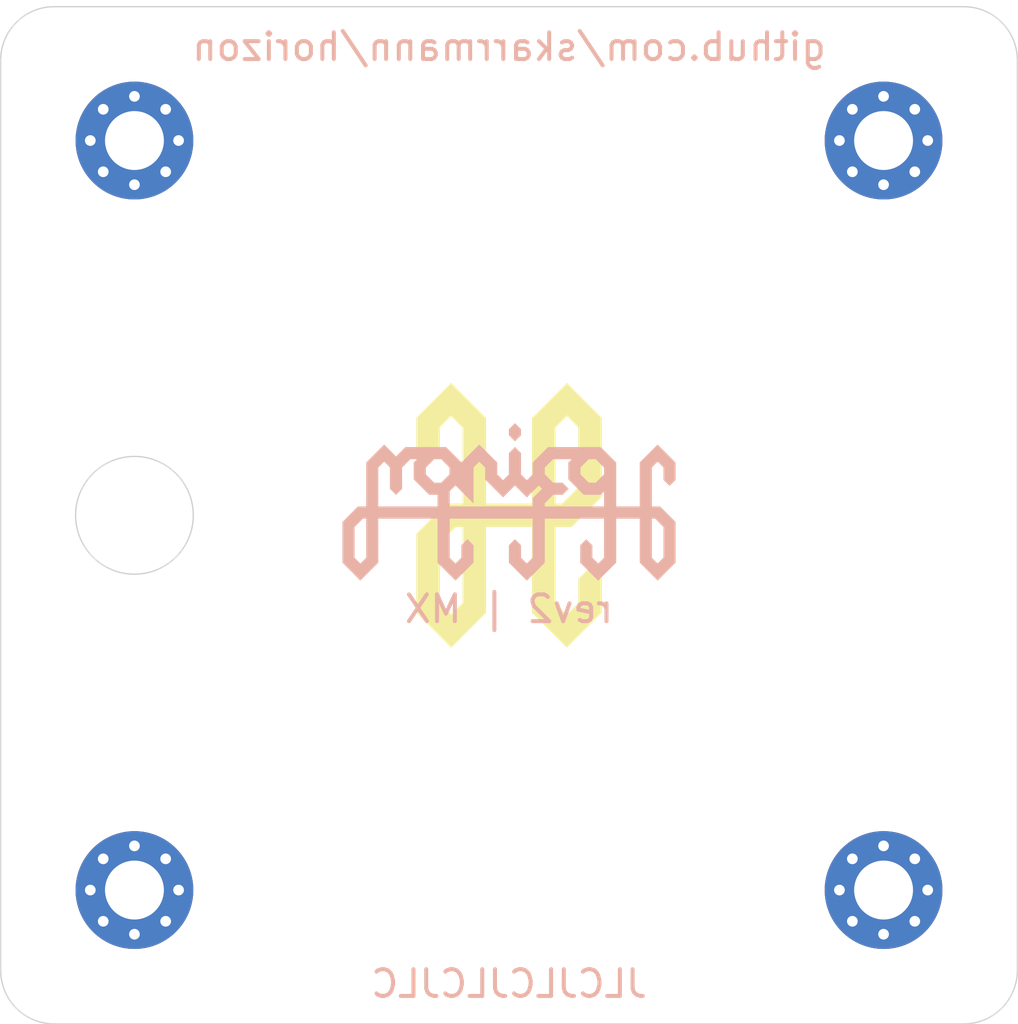
<source format=kicad_pcb>
(kicad_pcb (version 20171130) (host pcbnew "(5.1.4)-1")

  (general
    (thickness 1.6)
    (drawings 11)
    (tracks 0)
    (zones 0)
    (modules 8)
    (nets 5)
  )

  (page A3)
  (layers
    (0 F.Cu signal)
    (31 B.Cu signal)
    (32 B.Adhes user)
    (33 F.Adhes user)
    (34 B.Paste user)
    (35 F.Paste user)
    (36 B.SilkS user)
    (37 F.SilkS user)
    (38 B.Mask user)
    (39 F.Mask user)
    (40 Dwgs.User user)
    (41 Cmts.User user)
    (42 Eco1.User user)
    (43 Eco2.User user)
    (44 Edge.Cuts user)
    (45 Margin user)
    (46 B.CrtYd user)
    (47 F.CrtYd user)
    (48 B.Fab user)
    (49 F.Fab user)
  )

  (setup
    (last_trace_width 0.3)
    (trace_clearance 0.2)
    (zone_clearance 0.508)
    (zone_45_only no)
    (trace_min 0.2)
    (via_size 0.8)
    (via_drill 0.4)
    (via_min_size 0.4)
    (via_min_drill 0.3)
    (uvia_size 0.3)
    (uvia_drill 0.1)
    (uvias_allowed no)
    (uvia_min_size 0.2)
    (uvia_min_drill 0.1)
    (edge_width 0.05)
    (segment_width 0.2)
    (pcb_text_width 0.3)
    (pcb_text_size 1.5 1.5)
    (mod_edge_width 0.12)
    (mod_text_size 1 1)
    (mod_text_width 0.15)
    (pad_size 1.75 1.75)
    (pad_drill 1.7018)
    (pad_to_mask_clearance 0.051)
    (solder_mask_min_width 0.25)
    (aux_axis_origin 76 95)
    (grid_origin 76 95)
    (visible_elements 7FFDFFFF)
    (pcbplotparams
      (layerselection 0x010f0_ffffffff)
      (usegerberextensions true)
      (usegerberattributes false)
      (usegerberadvancedattributes false)
      (creategerberjobfile false)
      (excludeedgelayer true)
      (linewidth 0.100000)
      (plotframeref false)
      (viasonmask false)
      (mode 1)
      (useauxorigin false)
      (hpglpennumber 1)
      (hpglpenspeed 20)
      (hpglpendiameter 15.000000)
      (psnegative false)
      (psa4output false)
      (plotreference true)
      (plotvalue true)
      (plotinvisibletext false)
      (padsonsilk false)
      (subtractmaskfromsilk true)
      (outputformat 1)
      (mirror false)
      (drillshape 0)
      (scaleselection 1)
      (outputdirectory "../gerbers/"))
  )

  (net 0 "")
  (net 1 "Net-(H5-Pad1)")
  (net 2 "Net-(H6-Pad1)")
  (net 3 "Net-(H7-Pad1)")
  (net 4 "Net-(H8-Pad1)")

  (net_class Default "This is the default net class."
    (clearance 0.2)
    (trace_width 0.3)
    (via_dia 0.8)
    (via_drill 0.4)
    (uvia_dia 0.3)
    (uvia_drill 0.1)
    (diff_pair_width 0.2)
    (diff_pair_gap 0.3)
    (add_net COL10)
    (add_net COL11)
    (add_net COL12)
    (add_net COL13)
    (add_net COL14)
    (add_net COL8)
    (add_net COL9)
    (add_net "Net-(H5-Pad1)")
    (add_net "Net-(H6-Pad1)")
    (add_net "Net-(H7-Pad1)")
    (add_net "Net-(H8-Pad1)")
  )

  (net_class Power ""
    (clearance 0.2)
    (trace_width 0.5)
    (via_dia 0.8)
    (via_drill 0.4)
    (uvia_dia 0.3)
    (uvia_drill 0.1)
    (diff_pair_width 0.2)
    (diff_pair_gap 0.3)
  )

  (module horizon-footprints:Logo_Horizon_H (layer F.Cu) (tedit 614E7934) (tstamp 614EFA96)
    (at 209 114)
    (path /614B138E)
    (fp_text reference "" (at 0 2) (layer F.SilkS) hide
      (effects (font (size 1.524 1.524) (thickness 0.3)))
    )
    (fp_text value Logo-Top (at 0 -2) (layer F.SilkS) hide
      (effects (font (size 1.524 1.524) (thickness 0.3)))
    )
    (fp_poly (pts (xy 2.811161 -4.287795) (xy 3.459892 -3.639066) (xy 3.459892 -0.685799) (xy 2.900748 -0.126656)
      (xy 2.341604 0.432486) (xy 1.731319 0.432486) (xy 1.731319 3.280722) (xy 1.94722 3.49662)
      (xy 2.163122 3.712519) (xy 2.37902 3.496617) (xy 2.594919 3.280715) (xy 2.594919 2.378679)
      (xy 2.810817 2.162777) (xy 2.83116 2.14244) (xy 2.850995 2.122623) (xy 2.870235 2.103411)
      (xy 2.888793 2.084893) (xy 2.906579 2.067156) (xy 2.923508 2.050287) (xy 2.93949 2.034374)
      (xy 2.954438 2.019503) (xy 2.968264 2.005761) (xy 2.980881 1.993237) (xy 2.9922 1.982017)
      (xy 3.002134 1.972189) (xy 3.010594 1.96384) (xy 3.017494 1.957056) (xy 3.022745 1.951926)
      (xy 3.02626 1.948537) (xy 3.02795 1.946975) (xy 3.028092 1.946875) (xy 3.029178 1.947832)
      (xy 3.032118 1.950645) (xy 3.036821 1.955226) (xy 3.043201 1.961488) (xy 3.051169 1.969343)
      (xy 3.060638 1.978705) (xy 3.07152 1.989485) (xy 3.083726 2.001596) (xy 3.097169 2.014952)
      (xy 3.111761 2.029464) (xy 3.127413 2.045045) (xy 3.144038 2.061608) (xy 3.161548 2.079065)
      (xy 3.179855 2.097329) (xy 3.198872 2.116313) (xy 3.218509 2.135929) (xy 3.238679 2.15609)
      (xy 3.24468 2.162091) (xy 3.459892 2.377306) (xy 3.459892 3.639066) (xy 2.16243 4.936524)
      (xy 1.513702 4.287791) (xy 0.864973 3.639058) (xy 0.864973 0.432486) (xy -0.8636 0.432486)
      (xy -0.8636 3.639058) (xy -1.511985 4.287448) (xy -1.547393 4.322855) (xy -1.582321 4.357781)
      (xy -1.616719 4.392174) (xy -1.650537 4.425985) (xy -1.683724 4.459163) (xy -1.716229 4.491659)
      (xy -1.748003 4.52342) (xy -1.778995 4.554399) (xy -1.809155 4.584543) (xy -1.838431 4.613803)
      (xy -1.866775 4.642128) (xy -1.894136 4.669469) (xy -1.920462 4.695774) (xy -1.945705 4.720994)
      (xy -1.969813 4.745078) (xy -1.992736 4.767976) (xy -2.014425 4.789637) (xy -2.034827 4.810012)
      (xy -2.053894 4.82905) (xy -2.071574 4.8467) (xy -2.087818 4.862913) (xy -2.102575 4.877638)
      (xy -2.115795 4.890825) (xy -2.127427 4.902423) (xy -2.13742 4.912383) (xy -2.145726 4.920653)
      (xy -2.152293 4.927184) (xy -2.15707 4.931925) (xy -2.160008 4.934826) (xy -2.161057 4.935837)
      (xy -2.161058 4.935838) (xy -2.162058 4.934875) (xy -2.16495 4.932021) (xy -2.169682 4.927325)
      (xy -2.176204 4.920839) (xy -2.184467 4.912612) (xy -2.194419 4.902694) (xy -2.20601 4.891136)
      (xy -2.21919 4.877989) (xy -2.233909 4.863302) (xy -2.250116 4.847126) (xy -2.267761 4.829511)
      (xy -2.286794 4.810508) (xy -2.307164 4.790166) (xy -2.32882 4.768536) (xy -2.351713 4.745669)
      (xy -2.375792 4.721614) (xy -2.401007 4.696422) (xy -2.427307 4.670144) (xy -2.454642 4.642829)
      (xy -2.482962 4.614527) (xy -2.512216 4.585291) (xy -2.542354 4.555168) (xy -2.573326 4.52421)
      (xy -2.605081 4.492468) (xy -2.637569 4.45999) (xy -2.670739 4.426829) (xy -2.704541 4.393033)
      (xy -2.738926 4.358654) (xy -2.773842 4.323741) (xy -2.810133 4.28745) (xy -3.458519 3.639063)
      (xy -3.458519 1.044143) (xy -2.593546 1.044143) (xy -2.593546 3.280715) (xy -2.377648 3.496617)
      (xy -2.161749 3.712519) (xy -1.945848 3.49662) (xy -1.729946 3.280722) (xy -1.729946 0.432486)
      (xy -1.981884 0.432486) (xy -2.287715 0.738315) (xy -2.593546 1.044143) (xy -3.458519 1.044143)
      (xy -3.458519 0.685798) (xy -2.899375 0.126656) (xy -2.340231 -0.432487) (xy -1.729946 -0.432487)
      (xy -1.729946 -3.280722) (xy -1.945848 -3.496621) (xy -2.161749 -3.712519) (xy -2.377648 -3.496618)
      (xy -2.593546 -3.280716) (xy -2.593546 -2.378679) (xy -2.809445 -2.162778) (xy -2.829787 -2.142441)
      (xy -2.849622 -2.122623) (xy -2.868863 -2.103412) (xy -2.88742 -2.084894) (xy -2.905207 -2.067157)
      (xy -2.922135 -2.050288) (xy -2.938117 -2.034374) (xy -2.953065 -2.019503) (xy -2.966892 -2.005762)
      (xy -2.979508 -1.993238) (xy -2.990827 -1.982018) (xy -3.000761 -1.97219) (xy -3.009222 -1.96384)
      (xy -3.016122 -1.957057) (xy -3.021373 -1.951927) (xy -3.024887 -1.948537) (xy -3.026578 -1.946975)
      (xy -3.026719 -1.946876) (xy -3.027806 -1.947833) (xy -3.030745 -1.950646) (xy -3.035449 -1.955227)
      (xy -3.041829 -1.961488) (xy -3.049797 -1.969344) (xy -3.059266 -1.978705) (xy -3.070147 -1.989485)
      (xy -3.082354 -2.001597) (xy -3.095797 -2.014952) (xy -3.110388 -2.029464) (xy -3.126041 -2.045045)
      (xy -3.142666 -2.061608) (xy -3.160176 -2.079066) (xy -3.178483 -2.09733) (xy -3.197499 -2.116314)
      (xy -3.217136 -2.13593) (xy -3.237306 -2.156091) (xy -3.243307 -2.162091) (xy -3.458519 -2.377306)
      (xy -3.458519 -3.639066) (xy -2.809789 -4.287795) (xy -2.161058 -4.936525) (xy -0.8636 -3.639059)
      (xy -0.8636 -0.432487) (xy 0.864973 -0.432487) (xy 0.864973 -3.280716) (xy 1.731319 -3.280716)
      (xy 1.731319 -0.432487) (xy 1.983257 -0.432487) (xy 2.289088 -0.738315) (xy 2.594919 -1.044144)
      (xy 2.594919 -3.280722) (xy 2.379017 -3.496621) (xy 2.163115 -3.712519) (xy 1.947217 -3.496618)
      (xy 1.731319 -3.280716) (xy 0.864973 -3.280716) (xy 0.864973 -3.639059) (xy 1.513702 -4.287792)
      (xy 2.16243 -4.936525) (xy 2.811161 -4.287795)) (layer F.SilkS) (width 0.01))
  )

  (module horizon-footprints:SW_Push_6mm (layer F.Cu) (tedit 61468A4F) (tstamp 613D3F8D)
    (at 195 114 270)
    (descr "6mmx6mm push button")
    (tags "button, tactile, 6mm")
    (path /60FA8D3C)
    (fp_text reference "" (at 0 0 90) (layer F.SilkS)
      (effects (font (size 0.75 0.75) (thickness 0.15)))
    )
    (fp_text value RESET (at 0 3.75 90) (layer F.Fab)
      (effects (font (size 0.75 0.75) (thickness 0.15)))
    )
    (fp_circle (center 0 0) (end 2.2 0) (layer Edge.Cuts) (width 0.05))
    (model ${KISYS3DMOD}/Button_Switch_THT.3dshapes/SW_PUSH_6mm.wrl
      (offset (xyz -3 2.25 0))
      (scale (xyz 1 1 1))
      (rotate (xyz 0 0 0))
    )
  )

  (module horizon-footprints:Logo_Horizon_Small (layer B.Cu) (tedit 614E4644) (tstamp 613E8CC1)
    (at 209 113.5 180)
    (path /611138F2)
    (fp_text reference "" (at 0 -2) (layer B.SilkS) hide
      (effects (font (size 1.524 1.524) (thickness 0.3)) (justify mirror))
    )
    (fp_text value Logo-Bottom (at -0.1 1) (layer B.SilkS) hide
      (effects (font (size 1.524 1.524) (thickness 0.3)) (justify mirror))
    )
    (fp_poly (pts (xy -5.222169 1.804105) (xy -4.888794 1.470731) (xy -4.888794 -0.176389) (xy -4.0005 -0.176389)
      (xy -4.0005 0.397578) (xy -3.555294 0.397578) (xy -3.555294 -0.176389) (xy -1.3335 -0.176389)
      (xy -1.3335 -0.046215) (xy -1.490309 0.110595) (xy -1.647118 0.267406) (xy -1.823503 0.267405)
      (xy -1.999887 0.267405) (xy -2.111195 0.378705) (xy -2.222502 0.490004) (xy -2.222501 0.490006)
      (xy -1.241071 0.490006) (xy -1.065036 0.313972) (xy -0.889 0.137937) (xy -0.889 -0.176389)
      (xy 2.221794 -0.176389) (xy 2.221794 0.267405) (xy 2.667 0.267405) (xy 2.667 -0.176389)
      (xy 4.888794 -0.176389) (xy 4.888794 1.287288) (xy 4.806421 1.369485) (xy 4.796882 1.379003)
      (xy 4.787286 1.388576) (xy 4.77771 1.398128) (xy 4.768236 1.407577) (xy 4.758941 1.416846)
      (xy 4.749904 1.425856) (xy 4.741207 1.434527) (xy 4.732926 1.44278) (xy 4.725143 1.450537)
      (xy 4.717935 1.457718) (xy 4.711383 1.464244) (xy 4.705565 1.470037) (xy 4.700561 1.475017)
      (xy 4.69645 1.479106) (xy 4.695295 1.480255) (xy 4.666542 1.508826) (xy 4.444294 1.286582)
      (xy 4.444294 0.490007) (xy 4.333169 0.378883) (xy 4.222044 0.26776) (xy 4.110919 0.378883)
      (xy 3.999794 0.490007) (xy 3.999794 1.287285) (xy 3.686176 1.600905) (xy 3.556002 1.600906)
      (xy 3.425828 1.600906) (xy 3.556 1.470728) (xy 3.556 0.842787) (xy 2.98062 0.267405)
      (xy 2.667 0.267405) (xy 2.221794 0.267405) (xy 2.221794 0.398284) (xy 1.999898 0.620184)
      (xy 1.666699 0.286985) (xy 1.3335 -0.046213) (xy 1.3335 1.286582) (xy 1.332795 1.287287)
      (xy 2.2225 1.287287) (xy 2.2225 1.026232) (xy 2.379309 0.869421) (xy 2.536118 0.712611)
      (xy 2.797174 0.712611) (xy 3.110794 1.026229) (xy 3.110794 1.287285) (xy 2.953985 1.444095)
      (xy 2.797176 1.600906) (xy 2.666648 1.600905) (xy 2.536121 1.600905) (xy 2.37931 1.444096)
      (xy 2.2225 1.287287) (xy 1.332795 1.287287) (xy 1.222375 1.397706) (xy 1.11125 1.508829)
      (xy 1.000125 1.397705) (xy 0.889 1.286582) (xy 0.889 0.842785) (xy 0.555654 0.50944)
      (xy 0.537455 0.491242) (xy 0.519503 0.473293) (xy 0.501823 0.455618) (xy 0.484441 0.438243)
      (xy 0.467383 0.421194) (xy 0.450676 0.404497) (xy 0.434344 0.388177) (xy 0.418414 0.372261)
      (xy 0.402912 0.356774) (xy 0.387863 0.341742) (xy 0.373294 0.327191) (xy 0.35923 0.313146)
      (xy 0.345696 0.299635) (xy 0.33272 0.286681) (xy 0.320327 0.274311) (xy 0.308542 0.262552)
      (xy 0.297392 0.251428) (xy 0.286903 0.240966) (xy 0.277099 0.231191) (xy 0.268008 0.222129)
      (xy 0.259655 0.213807) (xy 0.252066 0.206249) (xy 0.245267 0.199482) (xy 0.239283 0.193531)
      (xy 0.234141 0.188423) (xy 0.229866 0.184182) (xy 0.226484 0.180836) (xy 0.224022 0.178409)
      (xy 0.222504 0.176928) (xy 0.221958 0.176418) (xy 0.221956 0.176418) (xy 0.221439 0.176934)
      (xy 0.219955 0.178415) (xy 0.217538 0.180831) (xy 0.214217 0.184149) (xy 0.210026 0.188338)
      (xy 0.204995 0.193366) (xy 0.199158 0.199201) (xy 0.192544 0.205812) (xy 0.185187 0.213166)
      (xy 0.177118 0.221233) (xy 0.168368 0.22998) (xy 0.15897 0.239375) (xy 0.148954 0.249388)
      (xy 0.138354 0.259985) (xy 0.127201 0.271136) (xy 0.115525 0.282808) (xy 0.10336 0.294971)
      (xy 0.090737 0.307591) (xy 0.077688 0.320638) (xy 0.064244 0.334079) (xy 0.050437 0.347883)
      (xy 0.036299 0.362019) (xy 0.021862 0.376453) (xy 0.007157 0.391156) (xy -0.000149 0.39846)
      (xy -0.221902 0.620179) (xy -0.666396 0.175683) (xy -0.888648 0.397934) (xy -1.110899 0.620184)
      (xy -1.241071 0.490006) (xy -2.222501 0.490006) (xy -2.111201 0.601308) (xy -1.999899 0.712611)
      (xy -1.647121 0.712611) (xy -1.49031 0.86942) (xy -1.3335 1.026229) (xy -1.3335 1.287401)
      (xy -1.490437 1.444153) (xy -1.647374 1.600906) (xy -2.351959 1.600906) (xy -2.286877 1.535809)
      (xy -2.221794 1.470713) (xy -2.221794 0.842787) (xy -2.797174 0.267405) (xy -3.425117 0.267405)
      (xy -3.490206 0.332492) (xy -3.555294 0.397578) (xy -4.0005 0.397578) (xy -4.0005 1.287287)
      (xy -3.555294 1.287287) (xy -3.555294 1.026232) (xy -3.398485 0.869421) (xy -3.241676 0.712611)
      (xy -2.980621 0.712611) (xy -2.82381 0.86942) (xy -2.667 1.026229) (xy -2.667 1.287285)
      (xy -2.823809 1.444095) (xy -2.980618 1.600906) (xy -3.111146 1.600905) (xy -3.241674 1.600905)
      (xy -3.555294 1.287287) (xy -4.0005 1.287287) (xy -4.0005 1.470726) (xy -3.713164 1.758066)
      (xy -3.425827 2.045405) (xy -2.444398 2.045405) (xy -1.462969 2.045406) (xy -1.175984 1.75842)
      (xy -0.889 1.471435) (xy -0.889 1.026934) (xy -0.777698 0.915634) (xy -0.666396 0.804333)
      (xy -0.555448 0.915283) (xy -0.4445 1.026232) (xy -0.4445 1.82351) (xy -0.333375 1.934633)
      (xy -0.22225 2.045757) (xy -0.111125 1.934633) (xy 0 1.82351) (xy 0 1.026934)
      (xy 0.22225 0.804688) (xy 0.4445 1.026934) (xy 0.4445 1.470736) (xy 0.777552 1.803755)
      (xy 0.795745 1.821947) (xy 0.813692 1.839892) (xy 0.831366 1.857564) (xy 0.848742 1.874938)
      (xy 0.865794 1.891987) (xy 0.882495 1.908686) (xy 0.89882 1.925009) (xy 0.914743 1.94093)
      (xy 0.930239 1.956424) (xy 0.94528 1.971463) (xy 0.959842 1.986023) (xy 0.973899 2.000077)
      (xy 0.987424 2.0136) (xy 1.000391 2.026565) (xy 1.012776 2.038948) (xy 1.024551 2.050721)
      (xy 1.035692 2.061859) (xy 1.046172 2.072337) (xy 1.055964 2.082127) (xy 1.065045 2.091205)
      (xy 1.073386 2.099545) (xy 1.080964 2.10712) (xy 1.087751 2.113905) (xy 1.093721 2.119874)
      (xy 1.09885 2.125001) (xy 1.103111 2.129259) (xy 1.106478 2.132624) (xy 1.108925 2.13507)
      (xy 1.110426 2.13657) (xy 1.110956 2.137098) (xy 1.11147 2.136621) (xy 1.112956 2.135172)
      (xy 1.115387 2.132777) (xy 1.118738 2.12946) (xy 1.122984 2.12525) (xy 1.128097 2.12017)
      (xy 1.134053 2.114247) (xy 1.140826 2.107507) (xy 1.148389 2.099975) (xy 1.156717 2.091678)
      (xy 1.165783 2.082641) (xy 1.175563 2.07289) (xy 1.186029 2.062451) (xy 1.197157 2.051349)
      (xy 1.20892 2.039611) (xy 1.221293 2.027263) (xy 1.234249 2.014329) (xy 1.247763 2.000836)
      (xy 1.261808 1.98681) (xy 1.27636 1.972277) (xy 1.291392 1.957262) (xy 1.306878 1.941792)
      (xy 1.322792 1.925891) (xy 1.339109 1.909586) (xy 1.355802 1.892903) (xy 1.372847 1.875868)
      (xy 1.390215 1.858506) (xy 1.407883 1.840843) (xy 1.425824 1.822905) (xy 1.444013 1.804718)
      (xy 1.444478 1.804252) (xy 1.777648 1.471083) (xy 2.064808 1.758244) (xy 2.351969 2.045405)
      (xy 3.111147 2.045406) (xy 3.870326 2.045406) (xy 4.046361 1.869369) (xy 4.222396 1.693333)
      (xy 4.444294 1.91523) (xy 4.459124 1.930059) (xy 4.473703 1.944633) (xy 4.488001 1.958923)
      (xy 4.501984 1.972895) (xy 4.515621 1.986519) (xy 4.528881 1.999763) (xy 4.541731 2.012595)
      (xy 4.55414 2.024983) (xy 4.566076 2.036896) (xy 4.577508 2.048302) (xy 4.588403 2.059169)
      (xy 4.59873 2.069466) (xy 4.608456 2.079161) (xy 4.617551 2.088222) (xy 4.625982 2.096617)
      (xy 4.633717 2.104316) (xy 4.640725 2.111285) (xy 4.646974 2.117495) (xy 4.652433 2.122911)
      (xy 4.657068 2.127504) (xy 4.660849 2.131242) (xy 4.663744 2.134092) (xy 4.665721 2.136023)
      (xy 4.666749 2.137004) (xy 4.666896 2.137128) (xy 4.667429 2.136633) (xy 4.668934 2.135166)
      (xy 4.671385 2.132753) (xy 4.674755 2.129419) (xy 4.679019 2.125191) (xy 4.684151 2.120094)
      (xy 4.690126 2.114155) (xy 4.696916 2.107398) (xy 4.704496 2.09985) (xy 4.712841 2.091537)
      (xy 4.721924 2.082485) (xy 4.73172 2.072719) (xy 4.742202 2.062266) (xy 4.753345 2.051151)
      (xy 4.765122 2.0394) (xy 4.777508 2.027039) (xy 4.790476 2.014093) (xy 4.804002 2.00059)
      (xy 4.818059 1.986554) (xy 4.83262 1.972012) (xy 4.847661 1.956989) (xy 4.863155 1.941511)
      (xy 4.879076 1.925604) (xy 4.895399 1.909294) (xy 4.912097 1.892607) (xy 4.929144 1.875569)
      (xy 4.946515 1.858205) (xy 4.964184 1.840542) (xy 4.982124 1.822605) (xy 5.00031 1.80442)
      (xy 5.000447 1.804283) (xy 5.333294 1.471437) (xy 5.333294 -0.176389) (xy 5.64762 -0.176389)
      (xy 6.222294 -0.751065) (xy 6.222294 -2.268715) (xy 5.555544 -2.935463) (xy 4.888794 -2.268715)
      (xy 4.888794 -0.620889) (xy 5.333294 -0.620889) (xy 5.333294 -2.084562) (xy 5.444242 -2.195512)
      (xy 5.454693 -2.205961) (xy 5.464879 -2.216143) (xy 5.474758 -2.226014) (xy 5.484282 -2.235529)
      (xy 5.493409 -2.244642) (xy 5.502091 -2.25331) (xy 5.510286 -2.261487) (xy 5.517947 -2.269128)
      (xy 5.52503 -2.276189) (xy 5.53149 -2.282625) (xy 5.537281 -2.288391) (xy 5.542359 -2.293443)
      (xy 5.546679 -2.297734) (xy 5.550196 -2.301222) (xy 5.552866 -2.30386) (xy 5.554642 -2.305604)
      (xy 5.55548 -2.306409) (xy 5.555543 -2.306461) (xy 5.556068 -2.30597) (xy 5.557545 -2.304525)
      (xy 5.55993 -2.302171) (xy 5.563177 -2.298954) (xy 5.567242 -2.294918) (xy 5.57208 -2.290108)
      (xy 5.577646 -2.284568) (xy 5.583894 -2.278344) (xy 5.59078 -2.271481) (xy 5.598259 -2.264023)
      (xy 5.606286 -2.256014) (xy 5.614816 -2.247501) (xy 5.623803 -2.238527) (xy 5.633204 -2.229137)
      (xy 5.642973 -2.219377) (xy 5.653065 -2.20929) (xy 5.663435 -2.198923) (xy 5.666845 -2.195513)
      (xy 5.777794 -2.084566) (xy 5.777794 -0.935215) (xy 5.620632 -0.778052) (xy 5.463471 -0.620889)
      (xy 5.333294 -0.620889) (xy 4.888794 -0.620889) (xy 2.667 -0.620889) (xy 2.667 -2.268009)
      (xy 2.333448 -2.60156) (xy 1.999897 -2.935111) (xy 1.666698 -2.601912) (xy 1.3335 -2.268713)
      (xy 1.3335 -1.621012) (xy 1.55575 -1.398766) (xy 1.778 -1.621012) (xy 1.778 -2.084566)
      (xy 1.888949 -2.195513) (xy 1.999899 -2.306461) (xy 2.110847 -2.195512) (xy 2.221794 -2.084562)
      (xy 2.221794 -0.620889) (xy -0.889 -0.620889) (xy -0.889037 -1.352726) (xy -0.889073 -2.084564)
      (xy -0.77775 -2.195527) (xy -0.666428 -2.30649) (xy -0.4445 -2.084566) (xy -0.4445 -1.621012)
      (xy -0.22225 -1.398766) (xy 0 -1.621012) (xy 0 -2.268715) (xy -0.66675 -2.935463)
      (xy -1.3335 -2.268715) (xy -1.3335 -0.620889) (xy -3.555294 -0.620889) (xy -3.555294 -2.084566)
      (xy -3.444345 -2.195513) (xy -3.333396 -2.306461) (xy -3.222448 -2.195512) (xy -3.1115 -2.084562)
      (xy -3.1115 -1.621016) (xy -3.000552 -1.510066) (xy -2.990099 -1.499615) (xy -2.979905 -1.489431)
      (xy -2.970018 -1.479559) (xy -2.960482 -1.470043) (xy -2.951341 -1.460928) (xy -2.942642 -1.452259)
      (xy -2.934429 -1.444081) (xy -2.926747 -1.436439) (xy -2.919642 -1.429378) (xy -2.913158 -1.422942)
      (xy -2.907342 -1.417176) (xy -2.902237 -1.412125) (xy -2.897889 -1.407834) (xy -2.894343 -1.404349)
      (xy -2.891645 -1.401712) (xy -2.889839 -1.39997) (xy -2.88897 -1.399168) (xy -2.888897 -1.399117)
      (xy -2.888339 -1.399609) (xy -2.886829 -1.401054) (xy -2.884411 -1.403408) (xy -2.881132 -1.406627)
      (xy -2.877037 -1.410664) (xy -2.87217 -1.415476) (xy -2.866576 -1.421017) (xy -2.860302 -1.427243)
      (xy -2.853391 -1.434109) (xy -2.84589 -1.44157) (xy -2.837842 -1.449581) (xy -2.829294 -1.458097)
      (xy -2.82029 -1.467074) (xy -2.810875 -1.476466) (xy -2.801096 -1.486229) (xy -2.790996 -1.496318)
      (xy -2.780621 -1.506688) (xy -2.777242 -1.510066) (xy -2.666294 -1.621016) (xy -2.666294 -2.268009)
      (xy -3.333398 -2.935111) (xy -3.666949 -2.601559) (xy -4.0005 -2.268008) (xy -4.0005 -0.620889)
      (xy -4.888794 -0.620889) (xy -4.888794 -2.268715) (xy -5.221993 -2.601913) (xy -5.240189 -2.620108)
      (xy -5.258139 -2.638056) (xy -5.275816 -2.65573) (xy -5.293194 -2.673105) (xy -5.310248 -2.690155)
      (xy -5.326953 -2.706854) (xy -5.343281 -2.723176) (xy -5.359207 -2.739095) (xy -5.374706 -2.754586)
      (xy -5.389751 -2.769622) (xy -5.404317 -2.784178) (xy -5.418377 -2.798228) (xy -5.431906 -2.811746)
      (xy -5.444878 -2.824706) (xy -5.457267 -2.837083) (xy -5.469047 -2.848849) (xy -5.480192 -2.859981)
      (xy -5.490677 -2.870451) (xy -5.500475 -2.880235) (xy -5.509561 -2.889305) (xy -5.517908 -2.897637)
      (xy -5.525492 -2.905203) (xy -5.532285 -2.91198) (xy -5.538262 -2.91794) (xy -5.543398 -2.923058)
      (xy -5.547666 -2.927308) (xy -5.551041 -2.930664) (xy -5.553496 -2.933101) (xy -5.555006 -2.934591)
      (xy -5.555544 -2.935111) (xy -5.555545 -2.935111) (xy -5.556059 -2.934617) (xy -5.557545 -2.93315)
      (xy -5.559976 -2.930737) (xy -5.563328 -2.927404) (xy -5.567574 -2.923176) (xy -5.572688 -2.918079)
      (xy -5.578645 -2.91214) (xy -5.585418 -2.905383) (xy -5.592982 -2.897836) (xy -5.60131 -2.889523)
      (xy -5.610378 -2.880471) (xy -5.620158 -2.870706) (xy -5.630626 -2.860252) (xy -5.641755 -2.849137)
      (xy -5.653519 -2.837386) (xy -5.665893 -2.825024) (xy -5.678851 -2.812078) (xy -5.692366 -2.798574)
      (xy -5.706413 -2.784537) (xy -5.720967 -2.769994) (xy -5.736 -2.754969) (xy -5.751488 -2.739489)
      (xy -5.767404 -2.723581) (xy -5.783722 -2.707268) (xy -5.800417 -2.690579) (xy -5.817463 -2.673537)
      (xy -5.834834 -2.65617) (xy -5.852503 -2.638503) (xy -5.870446 -2.620562) (xy -5.889096 -2.601912)
      (xy -6.222294 -2.268713) (xy -6.222294 -0.935213) (xy -5.777795 -0.935213) (xy -5.777794 -1.509888)
      (xy -5.777794 -2.084562) (xy -5.666847 -2.195512) (xy -5.656396 -2.205961) (xy -5.64621 -2.216143)
      (xy -5.636331 -2.226014) (xy -5.626807 -2.235529) (xy -5.61768 -2.244642) (xy -5.608997 -2.25331)
      (xy -5.600803 -2.261487) (xy -5.593142 -2.269128) (xy -5.586059 -2.276189) (xy -5.579599 -2.282625)
      (xy -5.573808 -2.288391) (xy -5.56873 -2.293443) (xy -5.56441 -2.297734) (xy -5.560892 -2.301222)
      (xy -5.558223 -2.30386) (xy -5.556447 -2.305604) (xy -5.555609 -2.306409) (xy -5.555546 -2.306461)
      (xy -5.555021 -2.30597) (xy -5.553544 -2.304525) (xy -5.551159 -2.302171) (xy -5.547912 -2.298954)
      (xy -5.543847 -2.294918) (xy -5.539009 -2.290108) (xy -5.533443 -2.284568) (xy -5.527195 -2.278344)
      (xy -5.520309 -2.271481) (xy -5.51283 -2.264023) (xy -5.504803 -2.256014) (xy -5.496273 -2.247501)
      (xy -5.487286 -2.238527) (xy -5.477885 -2.229137) (xy -5.468116 -2.219377) (xy -5.458024 -2.20929)
      (xy -5.447654 -2.198923) (xy -5.444244 -2.195513) (xy -5.333294 -2.084566) (xy -5.333294 -0.620889)
      (xy -5.463468 -0.620889) (xy -5.620631 -0.778051) (xy -5.777795 -0.935213) (xy -6.222294 -0.935213)
      (xy -6.222294 -0.751063) (xy -5.934957 -0.463726) (xy -5.647619 -0.176389) (xy -5.333294 -0.176389)
      (xy -5.333294 1.286582) (xy -5.444419 1.397705) (xy -5.555544 1.508829) (xy -5.666669 1.397706)
      (xy -5.777794 1.286582) (xy -5.777794 0.823029) (xy -5.888919 0.711905) (xy -6.000044 0.600782)
      (xy -6.111169 0.711905) (xy -6.222294 0.823029) (xy -6.222294 1.470731) (xy -5.888919 1.804105)
      (xy -5.555545 2.13748) (xy -5.222169 1.804105)) (layer B.SilkS) (width 0.01))
    (fp_poly (pts (xy 0 2.71251) (xy 0 2.489551) (xy -0.11095 2.378603) (xy -0.221899 2.267656)
      (xy -0.3332 2.378958) (xy -0.4445 2.49026) (xy -0.4445 2.71251) (xy -0.22225 2.934756)
      (xy 0 2.71251)) (layer B.SilkS) (width 0.01))
  )

  (module horizon-footprints:Mount_M2 (layer F.Cu) (tedit 61456BDD) (tstamp 613D4297)
    (at 223 128)
    (descr "Mounting Hole 2.2mm, M2")
    (tags "mounting hole 2.2mm m2")
    (path /616DD5E5)
    (attr virtual)
    (fp_text reference "" (at 0 -1) (layer F.SilkS) hide
      (effects (font (size 0.75 0.75) (thickness 0.15)))
    )
    (fp_text value Hole_Pad (at 0 1) (layer F.Fab) hide
      (effects (font (size 0.75 0.75) (thickness 0.15)))
    )
    (pad 1 thru_hole circle (at 1.166726 -1.166726) (size 0.7 0.7) (drill 0.4) (layers *.Cu *.Mask)
      (net 4 "Net-(H8-Pad1)"))
    (pad 1 thru_hole circle (at 0 -1.65) (size 0.7 0.7) (drill 0.4) (layers *.Cu *.Mask)
      (net 4 "Net-(H8-Pad1)"))
    (pad 1 thru_hole circle (at -1.166726 -1.166726) (size 0.7 0.7) (drill 0.4) (layers *.Cu *.Mask)
      (net 4 "Net-(H8-Pad1)"))
    (pad 1 thru_hole circle (at -1.65 0) (size 0.7 0.7) (drill 0.4) (layers *.Cu *.Mask)
      (net 4 "Net-(H8-Pad1)"))
    (pad 1 thru_hole circle (at -1.166726 1.166726) (size 0.7 0.7) (drill 0.4) (layers *.Cu *.Mask)
      (net 4 "Net-(H8-Pad1)"))
    (pad 1 thru_hole circle (at 0 1.65) (size 0.7 0.7) (drill 0.4) (layers *.Cu *.Mask)
      (net 4 "Net-(H8-Pad1)"))
    (pad 1 thru_hole circle (at 1.166726 1.166726) (size 0.7 0.7) (drill 0.4) (layers *.Cu *.Mask)
      (net 4 "Net-(H8-Pad1)"))
    (pad 1 thru_hole circle (at 1.65 0) (size 0.7 0.7) (drill 0.4) (layers *.Cu *.Mask)
      (net 4 "Net-(H8-Pad1)"))
    (pad 1 thru_hole circle (at 0 0) (size 4.4 4.4) (drill 2.2) (layers *.Cu *.Mask)
      (net 4 "Net-(H8-Pad1)"))
  )

  (module horizon-footprints:Mount_M2 (layer F.Cu) (tedit 61456BDD) (tstamp 613D4288)
    (at 195 128)
    (descr "Mounting Hole 2.2mm, M2")
    (tags "mounting hole 2.2mm m2")
    (path /616DD5DF)
    (attr virtual)
    (fp_text reference "" (at 0 -1) (layer F.SilkS) hide
      (effects (font (size 0.75 0.75) (thickness 0.15)))
    )
    (fp_text value Hole_Pad (at 0 1) (layer F.Fab) hide
      (effects (font (size 0.75 0.75) (thickness 0.15)))
    )
    (pad 1 thru_hole circle (at 1.166726 -1.166726) (size 0.7 0.7) (drill 0.4) (layers *.Cu *.Mask)
      (net 3 "Net-(H7-Pad1)"))
    (pad 1 thru_hole circle (at 0 -1.65) (size 0.7 0.7) (drill 0.4) (layers *.Cu *.Mask)
      (net 3 "Net-(H7-Pad1)"))
    (pad 1 thru_hole circle (at -1.166726 -1.166726) (size 0.7 0.7) (drill 0.4) (layers *.Cu *.Mask)
      (net 3 "Net-(H7-Pad1)"))
    (pad 1 thru_hole circle (at -1.65 0) (size 0.7 0.7) (drill 0.4) (layers *.Cu *.Mask)
      (net 3 "Net-(H7-Pad1)"))
    (pad 1 thru_hole circle (at -1.166726 1.166726) (size 0.7 0.7) (drill 0.4) (layers *.Cu *.Mask)
      (net 3 "Net-(H7-Pad1)"))
    (pad 1 thru_hole circle (at 0 1.65) (size 0.7 0.7) (drill 0.4) (layers *.Cu *.Mask)
      (net 3 "Net-(H7-Pad1)"))
    (pad 1 thru_hole circle (at 1.166726 1.166726) (size 0.7 0.7) (drill 0.4) (layers *.Cu *.Mask)
      (net 3 "Net-(H7-Pad1)"))
    (pad 1 thru_hole circle (at 1.65 0) (size 0.7 0.7) (drill 0.4) (layers *.Cu *.Mask)
      (net 3 "Net-(H7-Pad1)"))
    (pad 1 thru_hole circle (at 0 0) (size 4.4 4.4) (drill 2.2) (layers *.Cu *.Mask)
      (net 3 "Net-(H7-Pad1)"))
  )

  (module horizon-footprints:Mount_M2 (layer F.Cu) (tedit 61456BDD) (tstamp 613D4279)
    (at 223 100)
    (descr "Mounting Hole 2.2mm, M2")
    (tags "mounting hole 2.2mm m2")
    (path /616DD5D0)
    (attr virtual)
    (fp_text reference "" (at 0 -1) (layer F.SilkS) hide
      (effects (font (size 0.75 0.75) (thickness 0.15)))
    )
    (fp_text value Hole_Pad (at 0 1) (layer F.Fab) hide
      (effects (font (size 0.75 0.75) (thickness 0.15)))
    )
    (pad 1 thru_hole circle (at 1.166726 -1.166726) (size 0.7 0.7) (drill 0.4) (layers *.Cu *.Mask)
      (net 2 "Net-(H6-Pad1)"))
    (pad 1 thru_hole circle (at 0 -1.65) (size 0.7 0.7) (drill 0.4) (layers *.Cu *.Mask)
      (net 2 "Net-(H6-Pad1)"))
    (pad 1 thru_hole circle (at -1.166726 -1.166726) (size 0.7 0.7) (drill 0.4) (layers *.Cu *.Mask)
      (net 2 "Net-(H6-Pad1)"))
    (pad 1 thru_hole circle (at -1.65 0) (size 0.7 0.7) (drill 0.4) (layers *.Cu *.Mask)
      (net 2 "Net-(H6-Pad1)"))
    (pad 1 thru_hole circle (at -1.166726 1.166726) (size 0.7 0.7) (drill 0.4) (layers *.Cu *.Mask)
      (net 2 "Net-(H6-Pad1)"))
    (pad 1 thru_hole circle (at 0 1.65) (size 0.7 0.7) (drill 0.4) (layers *.Cu *.Mask)
      (net 2 "Net-(H6-Pad1)"))
    (pad 1 thru_hole circle (at 1.166726 1.166726) (size 0.7 0.7) (drill 0.4) (layers *.Cu *.Mask)
      (net 2 "Net-(H6-Pad1)"))
    (pad 1 thru_hole circle (at 1.65 0) (size 0.7 0.7) (drill 0.4) (layers *.Cu *.Mask)
      (net 2 "Net-(H6-Pad1)"))
    (pad 1 thru_hole circle (at 0 0) (size 4.4 4.4) (drill 2.2) (layers *.Cu *.Mask)
      (net 2 "Net-(H6-Pad1)"))
  )

  (module horizon-footprints:Mount_M2 (layer F.Cu) (tedit 61456BDD) (tstamp 613D426A)
    (at 195 100)
    (descr "Mounting Hole 2.2mm, M2")
    (tags "mounting hole 2.2mm m2")
    (path /616DD5D6)
    (attr virtual)
    (fp_text reference "" (at 0 -1) (layer F.SilkS) hide
      (effects (font (size 0.75 0.75) (thickness 0.15)))
    )
    (fp_text value Hole_Pad (at 0 1) (layer F.Fab) hide
      (effects (font (size 0.75 0.75) (thickness 0.15)))
    )
    (pad 1 thru_hole circle (at 1.166726 -1.166726) (size 0.7 0.7) (drill 0.4) (layers *.Cu *.Mask)
      (net 1 "Net-(H5-Pad1)"))
    (pad 1 thru_hole circle (at 0 -1.65) (size 0.7 0.7) (drill 0.4) (layers *.Cu *.Mask)
      (net 1 "Net-(H5-Pad1)"))
    (pad 1 thru_hole circle (at -1.166726 -1.166726) (size 0.7 0.7) (drill 0.4) (layers *.Cu *.Mask)
      (net 1 "Net-(H5-Pad1)"))
    (pad 1 thru_hole circle (at -1.65 0) (size 0.7 0.7) (drill 0.4) (layers *.Cu *.Mask)
      (net 1 "Net-(H5-Pad1)"))
    (pad 1 thru_hole circle (at -1.166726 1.166726) (size 0.7 0.7) (drill 0.4) (layers *.Cu *.Mask)
      (net 1 "Net-(H5-Pad1)"))
    (pad 1 thru_hole circle (at 0 1.65) (size 0.7 0.7) (drill 0.4) (layers *.Cu *.Mask)
      (net 1 "Net-(H5-Pad1)"))
    (pad 1 thru_hole circle (at 1.166726 1.166726) (size 0.7 0.7) (drill 0.4) (layers *.Cu *.Mask)
      (net 1 "Net-(H5-Pad1)"))
    (pad 1 thru_hole circle (at 1.65 0) (size 0.7 0.7) (drill 0.4) (layers *.Cu *.Mask)
      (net 1 "Net-(H5-Pad1)"))
    (pad 1 thru_hole circle (at 0 0) (size 4.4 4.4) (drill 2.2) (layers *.Cu *.Mask)
      (net 1 "Net-(H5-Pad1)"))
  )

  (module horizon-footprints:Pro-Micro (layer F.Cu) (tedit 614E6053) (tstamp 60FAFED6)
    (at 209 95)
    (descr "SparkFun Arduino Pro Micro ATmega32U4")
    (tags "Arduino, Pro Micro")
    (path /60FAFA60)
    (fp_text reference "" (at 0 11.65) (layer F.SilkS)
      (effects (font (size 0.75 0.75) (thickness 0.15)))
    )
    (fp_text value PRO-MICRO (at 0 13.65) (layer F.SilkS) hide
      (effects (font (size 0.75 0.75) (thickness 0.15)))
    )
  )

  (gr_line (start 226 133) (end 192 133) (layer Edge.Cuts) (width 0.05) (tstamp 613F6E20))
  (gr_line (start 228 97) (end 228 131) (layer Edge.Cuts) (width 0.05) (tstamp 613F6E1F))
  (gr_line (start 192 95) (end 226 95) (layer Edge.Cuts) (width 0.05) (tstamp 613F6E1E))
  (gr_line (start 190 131) (end 190 97) (layer Edge.Cuts) (width 0.05) (tstamp 613F6E1D))
  (gr_arc (start 192 131) (end 190 131) (angle -90) (layer Edge.Cuts) (width 0.05))
  (gr_arc (start 226 131) (end 226 133) (angle -90) (layer Edge.Cuts) (width 0.05))
  (gr_arc (start 226 97) (end 228 97) (angle -90) (layer Edge.Cuts) (width 0.05))
  (gr_arc (start 192 97) (end 192 95) (angle -90) (layer Edge.Cuts) (width 0.05))
  (gr_text github.com/skarrmann/horizon (at 209 96.5) (layer B.SilkS) (tstamp 613E8CC0)
    (effects (font (size 1 1) (thickness 0.15)) (justify mirror))
  )
  (gr_text "rev2 | MX" (at 209 117.5) (layer B.SilkS) (tstamp 613E8CBF)
    (effects (font (size 1 1) (thickness 0.15)) (justify mirror))
  )
  (gr_text JLCJLCJLCJLC (at 209 131.5) (layer B.SilkS)
    (effects (font (size 1 1) (thickness 0.15)) (justify mirror))
  )

)

</source>
